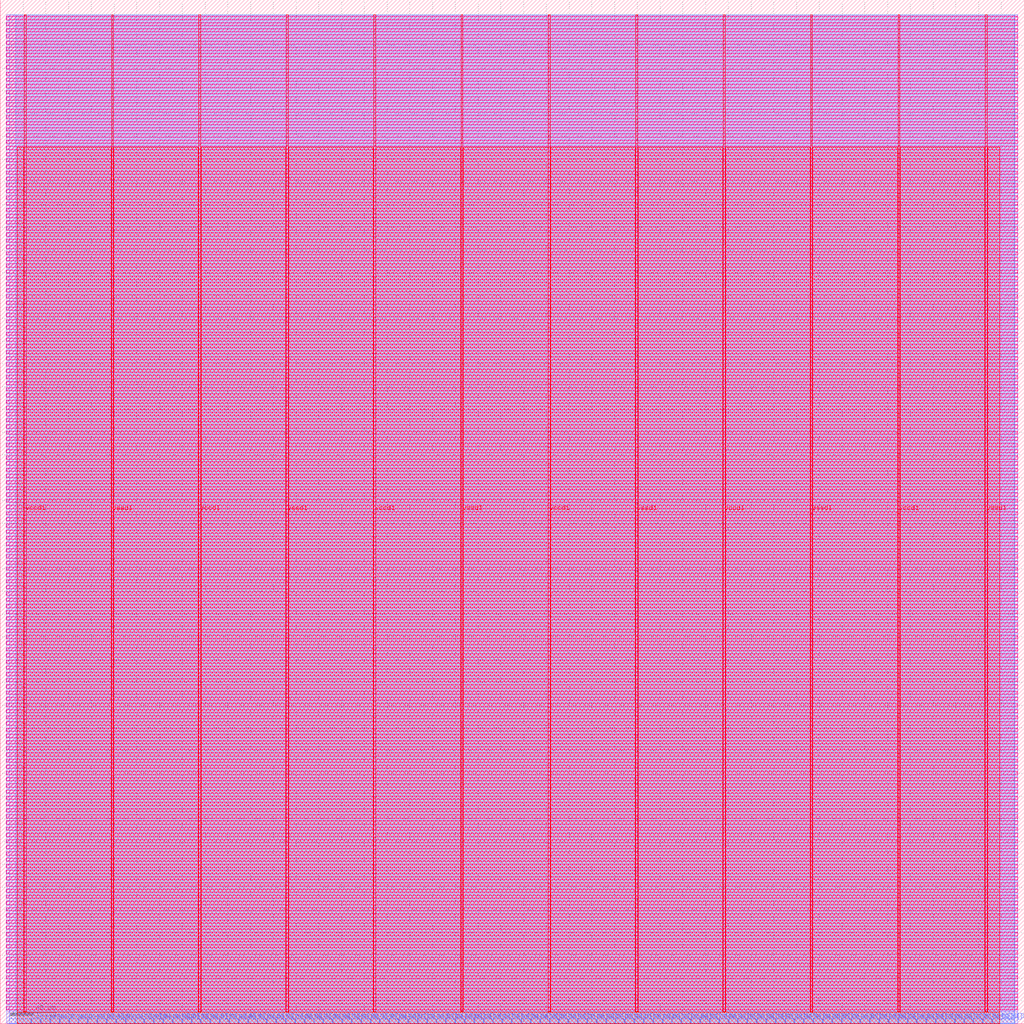
<source format=lef>
VERSION 5.7 ;
  NOWIREEXTENSIONATPIN ON ;
  DIVIDERCHAR "/" ;
  BUSBITCHARS "[]" ;
MACRO Matrix_Convolution
  CLASS BLOCK ;
  FOREIGN Matrix_Convolution ;
  ORIGIN 0.000 0.000 ;
  SIZE 900.000 BY 900.000 ;
  PIN addr_o[0]
    DIRECTION OUTPUT TRISTATE ;
    USE SIGNAL ;
    PORT
      LAYER met2 ;
        RECT 68.630 0.000 68.910 4.000 ;
    END
  END addr_o[0]
  PIN addr_o[10]
    DIRECTION OUTPUT TRISTATE ;
    USE SIGNAL ;
    PORT
      LAYER met2 ;
        RECT 333.590 0.000 333.870 4.000 ;
    END
  END addr_o[10]
  PIN addr_o[11]
    DIRECTION OUTPUT TRISTATE ;
    USE SIGNAL ;
    PORT
      LAYER met2 ;
        RECT 358.430 0.000 358.710 4.000 ;
    END
  END addr_o[11]
  PIN addr_o[12]
    DIRECTION OUTPUT TRISTATE ;
    USE SIGNAL ;
    PORT
      LAYER met2 ;
        RECT 383.270 0.000 383.550 4.000 ;
    END
  END addr_o[12]
  PIN addr_o[13]
    DIRECTION OUTPUT TRISTATE ;
    USE SIGNAL ;
    PORT
      LAYER met2 ;
        RECT 408.110 0.000 408.390 4.000 ;
    END
  END addr_o[13]
  PIN addr_o[14]
    DIRECTION OUTPUT TRISTATE ;
    USE SIGNAL ;
    PORT
      LAYER met2 ;
        RECT 432.950 0.000 433.230 4.000 ;
    END
  END addr_o[14]
  PIN addr_o[15]
    DIRECTION OUTPUT TRISTATE ;
    USE SIGNAL ;
    PORT
      LAYER met2 ;
        RECT 457.790 0.000 458.070 4.000 ;
    END
  END addr_o[15]
  PIN addr_o[16]
    DIRECTION OUTPUT TRISTATE ;
    USE SIGNAL ;
    PORT
      LAYER met2 ;
        RECT 482.630 0.000 482.910 4.000 ;
    END
  END addr_o[16]
  PIN addr_o[17]
    DIRECTION OUTPUT TRISTATE ;
    USE SIGNAL ;
    PORT
      LAYER met2 ;
        RECT 507.470 0.000 507.750 4.000 ;
    END
  END addr_o[17]
  PIN addr_o[18]
    DIRECTION OUTPUT TRISTATE ;
    USE SIGNAL ;
    PORT
      LAYER met2 ;
        RECT 532.310 0.000 532.590 4.000 ;
    END
  END addr_o[18]
  PIN addr_o[19]
    DIRECTION OUTPUT TRISTATE ;
    USE SIGNAL ;
    PORT
      LAYER met2 ;
        RECT 557.150 0.000 557.430 4.000 ;
    END
  END addr_o[19]
  PIN addr_o[1]
    DIRECTION OUTPUT TRISTATE ;
    USE SIGNAL ;
    PORT
      LAYER met2 ;
        RECT 101.750 0.000 102.030 4.000 ;
    END
  END addr_o[1]
  PIN addr_o[20]
    DIRECTION OUTPUT TRISTATE ;
    USE SIGNAL ;
    PORT
      LAYER met2 ;
        RECT 581.990 0.000 582.270 4.000 ;
    END
  END addr_o[20]
  PIN addr_o[21]
    DIRECTION OUTPUT TRISTATE ;
    USE SIGNAL ;
    PORT
      LAYER met2 ;
        RECT 606.830 0.000 607.110 4.000 ;
    END
  END addr_o[21]
  PIN addr_o[22]
    DIRECTION OUTPUT TRISTATE ;
    USE SIGNAL ;
    PORT
      LAYER met2 ;
        RECT 631.670 0.000 631.950 4.000 ;
    END
  END addr_o[22]
  PIN addr_o[23]
    DIRECTION OUTPUT TRISTATE ;
    USE SIGNAL ;
    PORT
      LAYER met2 ;
        RECT 656.510 0.000 656.790 4.000 ;
    END
  END addr_o[23]
  PIN addr_o[24]
    DIRECTION OUTPUT TRISTATE ;
    USE SIGNAL ;
    PORT
      LAYER met2 ;
        RECT 681.350 0.000 681.630 4.000 ;
    END
  END addr_o[24]
  PIN addr_o[25]
    DIRECTION OUTPUT TRISTATE ;
    USE SIGNAL ;
    PORT
      LAYER met2 ;
        RECT 706.190 0.000 706.470 4.000 ;
    END
  END addr_o[25]
  PIN addr_o[26]
    DIRECTION OUTPUT TRISTATE ;
    USE SIGNAL ;
    PORT
      LAYER met2 ;
        RECT 731.030 0.000 731.310 4.000 ;
    END
  END addr_o[26]
  PIN addr_o[27]
    DIRECTION OUTPUT TRISTATE ;
    USE SIGNAL ;
    PORT
      LAYER met2 ;
        RECT 755.870 0.000 756.150 4.000 ;
    END
  END addr_o[27]
  PIN addr_o[28]
    DIRECTION OUTPUT TRISTATE ;
    USE SIGNAL ;
    PORT
      LAYER met2 ;
        RECT 780.710 0.000 780.990 4.000 ;
    END
  END addr_o[28]
  PIN addr_o[29]
    DIRECTION OUTPUT TRISTATE ;
    USE SIGNAL ;
    PORT
      LAYER met2 ;
        RECT 805.550 0.000 805.830 4.000 ;
    END
  END addr_o[29]
  PIN addr_o[2]
    DIRECTION OUTPUT TRISTATE ;
    USE SIGNAL ;
    PORT
      LAYER met2 ;
        RECT 134.870 0.000 135.150 4.000 ;
    END
  END addr_o[2]
  PIN addr_o[30]
    DIRECTION OUTPUT TRISTATE ;
    USE SIGNAL ;
    PORT
      LAYER met2 ;
        RECT 830.390 0.000 830.670 4.000 ;
    END
  END addr_o[30]
  PIN addr_o[31]
    DIRECTION OUTPUT TRISTATE ;
    USE SIGNAL ;
    PORT
      LAYER met2 ;
        RECT 855.230 0.000 855.510 4.000 ;
    END
  END addr_o[31]
  PIN addr_o[3]
    DIRECTION OUTPUT TRISTATE ;
    USE SIGNAL ;
    PORT
      LAYER met2 ;
        RECT 159.710 0.000 159.990 4.000 ;
    END
  END addr_o[3]
  PIN addr_o[4]
    DIRECTION OUTPUT TRISTATE ;
    USE SIGNAL ;
    PORT
      LAYER met2 ;
        RECT 184.550 0.000 184.830 4.000 ;
    END
  END addr_o[4]
  PIN addr_o[5]
    DIRECTION OUTPUT TRISTATE ;
    USE SIGNAL ;
    PORT
      LAYER met2 ;
        RECT 209.390 0.000 209.670 4.000 ;
    END
  END addr_o[5]
  PIN addr_o[6]
    DIRECTION OUTPUT TRISTATE ;
    USE SIGNAL ;
    PORT
      LAYER met2 ;
        RECT 234.230 0.000 234.510 4.000 ;
    END
  END addr_o[6]
  PIN addr_o[7]
    DIRECTION OUTPUT TRISTATE ;
    USE SIGNAL ;
    PORT
      LAYER met2 ;
        RECT 259.070 0.000 259.350 4.000 ;
    END
  END addr_o[7]
  PIN addr_o[8]
    DIRECTION OUTPUT TRISTATE ;
    USE SIGNAL ;
    PORT
      LAYER met2 ;
        RECT 283.910 0.000 284.190 4.000 ;
    END
  END addr_o[8]
  PIN addr_o[9]
    DIRECTION OUTPUT TRISTATE ;
    USE SIGNAL ;
    PORT
      LAYER met2 ;
        RECT 308.750 0.000 309.030 4.000 ;
    END
  END addr_o[9]
  PIN clk
    DIRECTION INPUT ;
    USE SIGNAL ;
    PORT
      LAYER met2 ;
        RECT 27.230 0.000 27.510 4.000 ;
    END
  END clk
  PIN data_i[0]
    DIRECTION INPUT ;
    USE SIGNAL ;
    PORT
      LAYER met2 ;
        RECT 76.910 0.000 77.190 4.000 ;
    END
  END data_i[0]
  PIN data_i[10]
    DIRECTION INPUT ;
    USE SIGNAL ;
    PORT
      LAYER met2 ;
        RECT 341.870 0.000 342.150 4.000 ;
    END
  END data_i[10]
  PIN data_i[11]
    DIRECTION INPUT ;
    USE SIGNAL ;
    PORT
      LAYER met2 ;
        RECT 366.710 0.000 366.990 4.000 ;
    END
  END data_i[11]
  PIN data_i[12]
    DIRECTION INPUT ;
    USE SIGNAL ;
    PORT
      LAYER met2 ;
        RECT 391.550 0.000 391.830 4.000 ;
    END
  END data_i[12]
  PIN data_i[13]
    DIRECTION INPUT ;
    USE SIGNAL ;
    PORT
      LAYER met2 ;
        RECT 416.390 0.000 416.670 4.000 ;
    END
  END data_i[13]
  PIN data_i[14]
    DIRECTION INPUT ;
    USE SIGNAL ;
    PORT
      LAYER met2 ;
        RECT 441.230 0.000 441.510 4.000 ;
    END
  END data_i[14]
  PIN data_i[15]
    DIRECTION INPUT ;
    USE SIGNAL ;
    PORT
      LAYER met2 ;
        RECT 466.070 0.000 466.350 4.000 ;
    END
  END data_i[15]
  PIN data_i[16]
    DIRECTION INPUT ;
    USE SIGNAL ;
    PORT
      LAYER met2 ;
        RECT 490.910 0.000 491.190 4.000 ;
    END
  END data_i[16]
  PIN data_i[17]
    DIRECTION INPUT ;
    USE SIGNAL ;
    PORT
      LAYER met2 ;
        RECT 515.750 0.000 516.030 4.000 ;
    END
  END data_i[17]
  PIN data_i[18]
    DIRECTION INPUT ;
    USE SIGNAL ;
    PORT
      LAYER met2 ;
        RECT 540.590 0.000 540.870 4.000 ;
    END
  END data_i[18]
  PIN data_i[19]
    DIRECTION INPUT ;
    USE SIGNAL ;
    PORT
      LAYER met2 ;
        RECT 565.430 0.000 565.710 4.000 ;
    END
  END data_i[19]
  PIN data_i[1]
    DIRECTION INPUT ;
    USE SIGNAL ;
    PORT
      LAYER met2 ;
        RECT 110.030 0.000 110.310 4.000 ;
    END
  END data_i[1]
  PIN data_i[20]
    DIRECTION INPUT ;
    USE SIGNAL ;
    PORT
      LAYER met2 ;
        RECT 590.270 0.000 590.550 4.000 ;
    END
  END data_i[20]
  PIN data_i[21]
    DIRECTION INPUT ;
    USE SIGNAL ;
    PORT
      LAYER met2 ;
        RECT 615.110 0.000 615.390 4.000 ;
    END
  END data_i[21]
  PIN data_i[22]
    DIRECTION INPUT ;
    USE SIGNAL ;
    PORT
      LAYER met2 ;
        RECT 639.950 0.000 640.230 4.000 ;
    END
  END data_i[22]
  PIN data_i[23]
    DIRECTION INPUT ;
    USE SIGNAL ;
    PORT
      LAYER met2 ;
        RECT 664.790 0.000 665.070 4.000 ;
    END
  END data_i[23]
  PIN data_i[24]
    DIRECTION INPUT ;
    USE SIGNAL ;
    PORT
      LAYER met2 ;
        RECT 689.630 0.000 689.910 4.000 ;
    END
  END data_i[24]
  PIN data_i[25]
    DIRECTION INPUT ;
    USE SIGNAL ;
    PORT
      LAYER met2 ;
        RECT 714.470 0.000 714.750 4.000 ;
    END
  END data_i[25]
  PIN data_i[26]
    DIRECTION INPUT ;
    USE SIGNAL ;
    PORT
      LAYER met2 ;
        RECT 739.310 0.000 739.590 4.000 ;
    END
  END data_i[26]
  PIN data_i[27]
    DIRECTION INPUT ;
    USE SIGNAL ;
    PORT
      LAYER met2 ;
        RECT 764.150 0.000 764.430 4.000 ;
    END
  END data_i[27]
  PIN data_i[28]
    DIRECTION INPUT ;
    USE SIGNAL ;
    PORT
      LAYER met2 ;
        RECT 788.990 0.000 789.270 4.000 ;
    END
  END data_i[28]
  PIN data_i[29]
    DIRECTION INPUT ;
    USE SIGNAL ;
    PORT
      LAYER met2 ;
        RECT 813.830 0.000 814.110 4.000 ;
    END
  END data_i[29]
  PIN data_i[2]
    DIRECTION INPUT ;
    USE SIGNAL ;
    PORT
      LAYER met2 ;
        RECT 143.150 0.000 143.430 4.000 ;
    END
  END data_i[2]
  PIN data_i[30]
    DIRECTION INPUT ;
    USE SIGNAL ;
    PORT
      LAYER met2 ;
        RECT 838.670 0.000 838.950 4.000 ;
    END
  END data_i[30]
  PIN data_i[31]
    DIRECTION INPUT ;
    USE SIGNAL ;
    PORT
      LAYER met2 ;
        RECT 863.510 0.000 863.790 4.000 ;
    END
  END data_i[31]
  PIN data_i[3]
    DIRECTION INPUT ;
    USE SIGNAL ;
    PORT
      LAYER met2 ;
        RECT 167.990 0.000 168.270 4.000 ;
    END
  END data_i[3]
  PIN data_i[4]
    DIRECTION INPUT ;
    USE SIGNAL ;
    PORT
      LAYER met2 ;
        RECT 192.830 0.000 193.110 4.000 ;
    END
  END data_i[4]
  PIN data_i[5]
    DIRECTION INPUT ;
    USE SIGNAL ;
    PORT
      LAYER met2 ;
        RECT 217.670 0.000 217.950 4.000 ;
    END
  END data_i[5]
  PIN data_i[6]
    DIRECTION INPUT ;
    USE SIGNAL ;
    PORT
      LAYER met2 ;
        RECT 242.510 0.000 242.790 4.000 ;
    END
  END data_i[6]
  PIN data_i[7]
    DIRECTION INPUT ;
    USE SIGNAL ;
    PORT
      LAYER met2 ;
        RECT 267.350 0.000 267.630 4.000 ;
    END
  END data_i[7]
  PIN data_i[8]
    DIRECTION INPUT ;
    USE SIGNAL ;
    PORT
      LAYER met2 ;
        RECT 292.190 0.000 292.470 4.000 ;
    END
  END data_i[8]
  PIN data_i[9]
    DIRECTION INPUT ;
    USE SIGNAL ;
    PORT
      LAYER met2 ;
        RECT 317.030 0.000 317.310 4.000 ;
    END
  END data_i[9]
  PIN data_o[0]
    DIRECTION OUTPUT TRISTATE ;
    USE SIGNAL ;
    PORT
      LAYER met2 ;
        RECT 85.190 0.000 85.470 4.000 ;
    END
  END data_o[0]
  PIN data_o[10]
    DIRECTION OUTPUT TRISTATE ;
    USE SIGNAL ;
    PORT
      LAYER met2 ;
        RECT 350.150 0.000 350.430 4.000 ;
    END
  END data_o[10]
  PIN data_o[11]
    DIRECTION OUTPUT TRISTATE ;
    USE SIGNAL ;
    PORT
      LAYER met2 ;
        RECT 374.990 0.000 375.270 4.000 ;
    END
  END data_o[11]
  PIN data_o[12]
    DIRECTION OUTPUT TRISTATE ;
    USE SIGNAL ;
    PORT
      LAYER met2 ;
        RECT 399.830 0.000 400.110 4.000 ;
    END
  END data_o[12]
  PIN data_o[13]
    DIRECTION OUTPUT TRISTATE ;
    USE SIGNAL ;
    PORT
      LAYER met2 ;
        RECT 424.670 0.000 424.950 4.000 ;
    END
  END data_o[13]
  PIN data_o[14]
    DIRECTION OUTPUT TRISTATE ;
    USE SIGNAL ;
    PORT
      LAYER met2 ;
        RECT 449.510 0.000 449.790 4.000 ;
    END
  END data_o[14]
  PIN data_o[15]
    DIRECTION OUTPUT TRISTATE ;
    USE SIGNAL ;
    PORT
      LAYER met2 ;
        RECT 474.350 0.000 474.630 4.000 ;
    END
  END data_o[15]
  PIN data_o[16]
    DIRECTION OUTPUT TRISTATE ;
    USE SIGNAL ;
    PORT
      LAYER met2 ;
        RECT 499.190 0.000 499.470 4.000 ;
    END
  END data_o[16]
  PIN data_o[17]
    DIRECTION OUTPUT TRISTATE ;
    USE SIGNAL ;
    PORT
      LAYER met2 ;
        RECT 524.030 0.000 524.310 4.000 ;
    END
  END data_o[17]
  PIN data_o[18]
    DIRECTION OUTPUT TRISTATE ;
    USE SIGNAL ;
    PORT
      LAYER met2 ;
        RECT 548.870 0.000 549.150 4.000 ;
    END
  END data_o[18]
  PIN data_o[19]
    DIRECTION OUTPUT TRISTATE ;
    USE SIGNAL ;
    PORT
      LAYER met2 ;
        RECT 573.710 0.000 573.990 4.000 ;
    END
  END data_o[19]
  PIN data_o[1]
    DIRECTION OUTPUT TRISTATE ;
    USE SIGNAL ;
    PORT
      LAYER met2 ;
        RECT 118.310 0.000 118.590 4.000 ;
    END
  END data_o[1]
  PIN data_o[20]
    DIRECTION OUTPUT TRISTATE ;
    USE SIGNAL ;
    PORT
      LAYER met2 ;
        RECT 598.550 0.000 598.830 4.000 ;
    END
  END data_o[20]
  PIN data_o[21]
    DIRECTION OUTPUT TRISTATE ;
    USE SIGNAL ;
    PORT
      LAYER met2 ;
        RECT 623.390 0.000 623.670 4.000 ;
    END
  END data_o[21]
  PIN data_o[22]
    DIRECTION OUTPUT TRISTATE ;
    USE SIGNAL ;
    PORT
      LAYER met2 ;
        RECT 648.230 0.000 648.510 4.000 ;
    END
  END data_o[22]
  PIN data_o[23]
    DIRECTION OUTPUT TRISTATE ;
    USE SIGNAL ;
    PORT
      LAYER met2 ;
        RECT 673.070 0.000 673.350 4.000 ;
    END
  END data_o[23]
  PIN data_o[24]
    DIRECTION OUTPUT TRISTATE ;
    USE SIGNAL ;
    PORT
      LAYER met2 ;
        RECT 697.910 0.000 698.190 4.000 ;
    END
  END data_o[24]
  PIN data_o[25]
    DIRECTION OUTPUT TRISTATE ;
    USE SIGNAL ;
    PORT
      LAYER met2 ;
        RECT 722.750 0.000 723.030 4.000 ;
    END
  END data_o[25]
  PIN data_o[26]
    DIRECTION OUTPUT TRISTATE ;
    USE SIGNAL ;
    PORT
      LAYER met2 ;
        RECT 747.590 0.000 747.870 4.000 ;
    END
  END data_o[26]
  PIN data_o[27]
    DIRECTION OUTPUT TRISTATE ;
    USE SIGNAL ;
    PORT
      LAYER met2 ;
        RECT 772.430 0.000 772.710 4.000 ;
    END
  END data_o[27]
  PIN data_o[28]
    DIRECTION OUTPUT TRISTATE ;
    USE SIGNAL ;
    PORT
      LAYER met2 ;
        RECT 797.270 0.000 797.550 4.000 ;
    END
  END data_o[28]
  PIN data_o[29]
    DIRECTION OUTPUT TRISTATE ;
    USE SIGNAL ;
    PORT
      LAYER met2 ;
        RECT 822.110 0.000 822.390 4.000 ;
    END
  END data_o[29]
  PIN data_o[2]
    DIRECTION OUTPUT TRISTATE ;
    USE SIGNAL ;
    PORT
      LAYER met2 ;
        RECT 151.430 0.000 151.710 4.000 ;
    END
  END data_o[2]
  PIN data_o[30]
    DIRECTION OUTPUT TRISTATE ;
    USE SIGNAL ;
    PORT
      LAYER met2 ;
        RECT 846.950 0.000 847.230 4.000 ;
    END
  END data_o[30]
  PIN data_o[31]
    DIRECTION OUTPUT TRISTATE ;
    USE SIGNAL ;
    PORT
      LAYER met2 ;
        RECT 871.790 0.000 872.070 4.000 ;
    END
  END data_o[31]
  PIN data_o[3]
    DIRECTION OUTPUT TRISTATE ;
    USE SIGNAL ;
    PORT
      LAYER met2 ;
        RECT 176.270 0.000 176.550 4.000 ;
    END
  END data_o[3]
  PIN data_o[4]
    DIRECTION OUTPUT TRISTATE ;
    USE SIGNAL ;
    PORT
      LAYER met2 ;
        RECT 201.110 0.000 201.390 4.000 ;
    END
  END data_o[4]
  PIN data_o[5]
    DIRECTION OUTPUT TRISTATE ;
    USE SIGNAL ;
    PORT
      LAYER met2 ;
        RECT 225.950 0.000 226.230 4.000 ;
    END
  END data_o[5]
  PIN data_o[6]
    DIRECTION OUTPUT TRISTATE ;
    USE SIGNAL ;
    PORT
      LAYER met2 ;
        RECT 250.790 0.000 251.070 4.000 ;
    END
  END data_o[6]
  PIN data_o[7]
    DIRECTION OUTPUT TRISTATE ;
    USE SIGNAL ;
    PORT
      LAYER met2 ;
        RECT 275.630 0.000 275.910 4.000 ;
    END
  END data_o[7]
  PIN data_o[8]
    DIRECTION OUTPUT TRISTATE ;
    USE SIGNAL ;
    PORT
      LAYER met2 ;
        RECT 300.470 0.000 300.750 4.000 ;
    END
  END data_o[8]
  PIN data_o[9]
    DIRECTION OUTPUT TRISTATE ;
    USE SIGNAL ;
    PORT
      LAYER met2 ;
        RECT 325.310 0.000 325.590 4.000 ;
    END
  END data_o[9]
  PIN done
    DIRECTION OUTPUT TRISTATE ;
    USE SIGNAL ;
    PORT
      LAYER met2 ;
        RECT 60.350 0.000 60.630 4.000 ;
    END
  END done
  PIN enable
    DIRECTION INPUT ;
    USE SIGNAL ;
    PORT
      LAYER met2 ;
        RECT 43.790 0.000 44.070 4.000 ;
    END
  END enable
  PIN mem_opdone
    DIRECTION INPUT ;
    USE SIGNAL ;
    PORT
      LAYER met2 ;
        RECT 52.070 0.000 52.350 4.000 ;
    END
  END mem_opdone
  PIN mem_operation[0]
    DIRECTION OUTPUT TRISTATE ;
    USE SIGNAL ;
    PORT
      LAYER met2 ;
        RECT 93.470 0.000 93.750 4.000 ;
    END
  END mem_operation[0]
  PIN mem_operation[1]
    DIRECTION OUTPUT TRISTATE ;
    USE SIGNAL ;
    PORT
      LAYER met2 ;
        RECT 126.590 0.000 126.870 4.000 ;
    END
  END mem_operation[1]
  PIN reset
    DIRECTION INPUT ;
    USE SIGNAL ;
    PORT
      LAYER met2 ;
        RECT 35.510 0.000 35.790 4.000 ;
    END
  END reset
  PIN vccd1
    DIRECTION INOUT ;
    USE POWER ;
    PORT
      LAYER met4 ;
        RECT 21.040 10.640 22.640 886.960 ;
    END
    PORT
      LAYER met4 ;
        RECT 174.640 10.640 176.240 886.960 ;
    END
    PORT
      LAYER met4 ;
        RECT 328.240 10.640 329.840 886.960 ;
    END
    PORT
      LAYER met4 ;
        RECT 481.840 10.640 483.440 886.960 ;
    END
    PORT
      LAYER met4 ;
        RECT 635.440 10.640 637.040 886.960 ;
    END
    PORT
      LAYER met4 ;
        RECT 789.040 10.640 790.640 886.960 ;
    END
  END vccd1
  PIN vssd1
    DIRECTION INOUT ;
    USE GROUND ;
    PORT
      LAYER met4 ;
        RECT 97.840 10.640 99.440 886.960 ;
    END
    PORT
      LAYER met4 ;
        RECT 251.440 10.640 253.040 886.960 ;
    END
    PORT
      LAYER met4 ;
        RECT 405.040 10.640 406.640 886.960 ;
    END
    PORT
      LAYER met4 ;
        RECT 558.640 10.640 560.240 886.960 ;
    END
    PORT
      LAYER met4 ;
        RECT 712.240 10.640 713.840 886.960 ;
    END
    PORT
      LAYER met4 ;
        RECT 865.840 10.640 867.440 886.960 ;
    END
  END vssd1
  OBS
      LAYER nwell ;
        RECT 5.330 882.585 894.430 885.415 ;
        RECT 5.330 877.145 894.430 879.975 ;
        RECT 5.330 871.705 894.430 874.535 ;
        RECT 5.330 866.265 894.430 869.095 ;
        RECT 5.330 860.825 894.430 863.655 ;
        RECT 5.330 855.385 894.430 858.215 ;
        RECT 5.330 849.945 894.430 852.775 ;
        RECT 5.330 844.505 894.430 847.335 ;
        RECT 5.330 839.065 894.430 841.895 ;
        RECT 5.330 833.625 894.430 836.455 ;
        RECT 5.330 828.185 894.430 831.015 ;
        RECT 5.330 822.745 894.430 825.575 ;
        RECT 5.330 817.305 894.430 820.135 ;
        RECT 5.330 811.865 894.430 814.695 ;
        RECT 5.330 806.425 894.430 809.255 ;
        RECT 5.330 800.985 894.430 803.815 ;
        RECT 5.330 795.545 894.430 798.375 ;
        RECT 5.330 790.105 894.430 792.935 ;
        RECT 5.330 784.665 894.430 787.495 ;
        RECT 5.330 779.225 894.430 782.055 ;
        RECT 5.330 773.785 894.430 776.615 ;
        RECT 5.330 768.345 894.430 771.175 ;
        RECT 5.330 762.905 894.430 765.735 ;
        RECT 5.330 757.465 894.430 760.295 ;
        RECT 5.330 752.025 894.430 754.855 ;
        RECT 5.330 746.585 894.430 749.415 ;
        RECT 5.330 741.145 894.430 743.975 ;
        RECT 5.330 735.705 894.430 738.535 ;
        RECT 5.330 730.265 894.430 733.095 ;
        RECT 5.330 724.825 894.430 727.655 ;
        RECT 5.330 719.385 894.430 722.215 ;
        RECT 5.330 713.945 894.430 716.775 ;
        RECT 5.330 708.505 894.430 711.335 ;
        RECT 5.330 703.065 894.430 705.895 ;
        RECT 5.330 697.625 894.430 700.455 ;
        RECT 5.330 692.185 894.430 695.015 ;
        RECT 5.330 686.745 894.430 689.575 ;
        RECT 5.330 681.305 894.430 684.135 ;
        RECT 5.330 675.865 894.430 678.695 ;
        RECT 5.330 670.425 894.430 673.255 ;
        RECT 5.330 664.985 894.430 667.815 ;
        RECT 5.330 659.545 894.430 662.375 ;
        RECT 5.330 654.105 894.430 656.935 ;
        RECT 5.330 648.665 894.430 651.495 ;
        RECT 5.330 643.225 894.430 646.055 ;
        RECT 5.330 637.785 894.430 640.615 ;
        RECT 5.330 632.345 894.430 635.175 ;
        RECT 5.330 626.905 894.430 629.735 ;
        RECT 5.330 621.465 894.430 624.295 ;
        RECT 5.330 616.025 894.430 618.855 ;
        RECT 5.330 610.585 894.430 613.415 ;
        RECT 5.330 605.145 894.430 607.975 ;
        RECT 5.330 599.705 894.430 602.535 ;
        RECT 5.330 594.265 894.430 597.095 ;
        RECT 5.330 588.825 894.430 591.655 ;
        RECT 5.330 583.385 894.430 586.215 ;
        RECT 5.330 577.945 894.430 580.775 ;
        RECT 5.330 572.505 894.430 575.335 ;
        RECT 5.330 567.065 894.430 569.895 ;
        RECT 5.330 561.625 894.430 564.455 ;
        RECT 5.330 556.185 894.430 559.015 ;
        RECT 5.330 550.745 894.430 553.575 ;
        RECT 5.330 545.305 894.430 548.135 ;
        RECT 5.330 539.865 894.430 542.695 ;
        RECT 5.330 534.425 894.430 537.255 ;
        RECT 5.330 528.985 894.430 531.815 ;
        RECT 5.330 523.545 894.430 526.375 ;
        RECT 5.330 518.105 894.430 520.935 ;
        RECT 5.330 512.665 894.430 515.495 ;
        RECT 5.330 507.225 894.430 510.055 ;
        RECT 5.330 501.785 894.430 504.615 ;
        RECT 5.330 496.345 894.430 499.175 ;
        RECT 5.330 490.905 894.430 493.735 ;
        RECT 5.330 485.465 894.430 488.295 ;
        RECT 5.330 480.025 894.430 482.855 ;
        RECT 5.330 474.585 894.430 477.415 ;
        RECT 5.330 469.145 894.430 471.975 ;
        RECT 5.330 463.705 894.430 466.535 ;
        RECT 5.330 458.265 894.430 461.095 ;
        RECT 5.330 452.825 894.430 455.655 ;
        RECT 5.330 447.385 894.430 450.215 ;
        RECT 5.330 441.945 894.430 444.775 ;
        RECT 5.330 436.505 894.430 439.335 ;
        RECT 5.330 431.065 894.430 433.895 ;
        RECT 5.330 425.625 894.430 428.455 ;
        RECT 5.330 420.185 894.430 423.015 ;
        RECT 5.330 414.745 894.430 417.575 ;
        RECT 5.330 409.305 894.430 412.135 ;
        RECT 5.330 403.865 894.430 406.695 ;
        RECT 5.330 398.425 894.430 401.255 ;
        RECT 5.330 392.985 894.430 395.815 ;
        RECT 5.330 387.545 894.430 390.375 ;
        RECT 5.330 382.105 894.430 384.935 ;
        RECT 5.330 376.665 894.430 379.495 ;
        RECT 5.330 371.225 894.430 374.055 ;
        RECT 5.330 365.785 894.430 368.615 ;
        RECT 5.330 360.345 894.430 363.175 ;
        RECT 5.330 354.905 894.430 357.735 ;
        RECT 5.330 349.465 894.430 352.295 ;
        RECT 5.330 344.025 894.430 346.855 ;
        RECT 5.330 338.585 894.430 341.415 ;
        RECT 5.330 333.145 894.430 335.975 ;
        RECT 5.330 327.705 894.430 330.535 ;
        RECT 5.330 322.265 894.430 325.095 ;
        RECT 5.330 316.825 894.430 319.655 ;
        RECT 5.330 311.385 894.430 314.215 ;
        RECT 5.330 305.945 894.430 308.775 ;
        RECT 5.330 300.505 894.430 303.335 ;
        RECT 5.330 295.065 894.430 297.895 ;
        RECT 5.330 289.625 894.430 292.455 ;
        RECT 5.330 284.185 894.430 287.015 ;
        RECT 5.330 278.745 894.430 281.575 ;
        RECT 5.330 273.305 894.430 276.135 ;
        RECT 5.330 267.865 894.430 270.695 ;
        RECT 5.330 262.425 894.430 265.255 ;
        RECT 5.330 256.985 894.430 259.815 ;
        RECT 5.330 251.545 894.430 254.375 ;
        RECT 5.330 246.105 894.430 248.935 ;
        RECT 5.330 240.665 894.430 243.495 ;
        RECT 5.330 235.225 894.430 238.055 ;
        RECT 5.330 229.785 894.430 232.615 ;
        RECT 5.330 224.345 894.430 227.175 ;
        RECT 5.330 218.905 894.430 221.735 ;
        RECT 5.330 213.465 894.430 216.295 ;
        RECT 5.330 208.025 894.430 210.855 ;
        RECT 5.330 202.585 894.430 205.415 ;
        RECT 5.330 197.145 894.430 199.975 ;
        RECT 5.330 191.705 894.430 194.535 ;
        RECT 5.330 186.265 894.430 189.095 ;
        RECT 5.330 180.825 894.430 183.655 ;
        RECT 5.330 175.385 894.430 178.215 ;
        RECT 5.330 169.945 894.430 172.775 ;
        RECT 5.330 164.505 894.430 167.335 ;
        RECT 5.330 159.065 894.430 161.895 ;
        RECT 5.330 153.625 894.430 156.455 ;
        RECT 5.330 148.185 894.430 151.015 ;
        RECT 5.330 142.745 894.430 145.575 ;
        RECT 5.330 137.305 894.430 140.135 ;
        RECT 5.330 131.865 894.430 134.695 ;
        RECT 5.330 126.425 894.430 129.255 ;
        RECT 5.330 120.985 894.430 123.815 ;
        RECT 5.330 115.545 894.430 118.375 ;
        RECT 5.330 110.105 894.430 112.935 ;
        RECT 5.330 104.665 894.430 107.495 ;
        RECT 5.330 99.225 894.430 102.055 ;
        RECT 5.330 93.785 894.430 96.615 ;
        RECT 5.330 88.345 894.430 91.175 ;
        RECT 5.330 82.905 894.430 85.735 ;
        RECT 5.330 77.465 894.430 80.295 ;
        RECT 5.330 72.025 894.430 74.855 ;
        RECT 5.330 66.585 894.430 69.415 ;
        RECT 5.330 61.145 894.430 63.975 ;
        RECT 5.330 55.705 894.430 58.535 ;
        RECT 5.330 50.265 894.430 53.095 ;
        RECT 5.330 44.825 894.430 47.655 ;
        RECT 5.330 39.385 894.430 42.215 ;
        RECT 5.330 33.945 894.430 36.775 ;
        RECT 5.330 28.505 894.430 31.335 ;
        RECT 5.330 23.065 894.430 25.895 ;
        RECT 5.330 17.625 894.430 20.455 ;
        RECT 5.330 12.185 894.430 15.015 ;
      LAYER li1 ;
        RECT 5.520 10.795 894.240 886.805 ;
      LAYER met1 ;
        RECT 5.520 0.380 894.240 886.960 ;
      LAYER met2 ;
        RECT 7.920 4.280 891.840 886.905 ;
        RECT 7.920 0.155 26.950 4.280 ;
        RECT 27.790 0.155 35.230 4.280 ;
        RECT 36.070 0.155 43.510 4.280 ;
        RECT 44.350 0.155 51.790 4.280 ;
        RECT 52.630 0.155 60.070 4.280 ;
        RECT 60.910 0.155 68.350 4.280 ;
        RECT 69.190 0.155 76.630 4.280 ;
        RECT 77.470 0.155 84.910 4.280 ;
        RECT 85.750 0.155 93.190 4.280 ;
        RECT 94.030 0.155 101.470 4.280 ;
        RECT 102.310 0.155 109.750 4.280 ;
        RECT 110.590 0.155 118.030 4.280 ;
        RECT 118.870 0.155 126.310 4.280 ;
        RECT 127.150 0.155 134.590 4.280 ;
        RECT 135.430 0.155 142.870 4.280 ;
        RECT 143.710 0.155 151.150 4.280 ;
        RECT 151.990 0.155 159.430 4.280 ;
        RECT 160.270 0.155 167.710 4.280 ;
        RECT 168.550 0.155 175.990 4.280 ;
        RECT 176.830 0.155 184.270 4.280 ;
        RECT 185.110 0.155 192.550 4.280 ;
        RECT 193.390 0.155 200.830 4.280 ;
        RECT 201.670 0.155 209.110 4.280 ;
        RECT 209.950 0.155 217.390 4.280 ;
        RECT 218.230 0.155 225.670 4.280 ;
        RECT 226.510 0.155 233.950 4.280 ;
        RECT 234.790 0.155 242.230 4.280 ;
        RECT 243.070 0.155 250.510 4.280 ;
        RECT 251.350 0.155 258.790 4.280 ;
        RECT 259.630 0.155 267.070 4.280 ;
        RECT 267.910 0.155 275.350 4.280 ;
        RECT 276.190 0.155 283.630 4.280 ;
        RECT 284.470 0.155 291.910 4.280 ;
        RECT 292.750 0.155 300.190 4.280 ;
        RECT 301.030 0.155 308.470 4.280 ;
        RECT 309.310 0.155 316.750 4.280 ;
        RECT 317.590 0.155 325.030 4.280 ;
        RECT 325.870 0.155 333.310 4.280 ;
        RECT 334.150 0.155 341.590 4.280 ;
        RECT 342.430 0.155 349.870 4.280 ;
        RECT 350.710 0.155 358.150 4.280 ;
        RECT 358.990 0.155 366.430 4.280 ;
        RECT 367.270 0.155 374.710 4.280 ;
        RECT 375.550 0.155 382.990 4.280 ;
        RECT 383.830 0.155 391.270 4.280 ;
        RECT 392.110 0.155 399.550 4.280 ;
        RECT 400.390 0.155 407.830 4.280 ;
        RECT 408.670 0.155 416.110 4.280 ;
        RECT 416.950 0.155 424.390 4.280 ;
        RECT 425.230 0.155 432.670 4.280 ;
        RECT 433.510 0.155 440.950 4.280 ;
        RECT 441.790 0.155 449.230 4.280 ;
        RECT 450.070 0.155 457.510 4.280 ;
        RECT 458.350 0.155 465.790 4.280 ;
        RECT 466.630 0.155 474.070 4.280 ;
        RECT 474.910 0.155 482.350 4.280 ;
        RECT 483.190 0.155 490.630 4.280 ;
        RECT 491.470 0.155 498.910 4.280 ;
        RECT 499.750 0.155 507.190 4.280 ;
        RECT 508.030 0.155 515.470 4.280 ;
        RECT 516.310 0.155 523.750 4.280 ;
        RECT 524.590 0.155 532.030 4.280 ;
        RECT 532.870 0.155 540.310 4.280 ;
        RECT 541.150 0.155 548.590 4.280 ;
        RECT 549.430 0.155 556.870 4.280 ;
        RECT 557.710 0.155 565.150 4.280 ;
        RECT 565.990 0.155 573.430 4.280 ;
        RECT 574.270 0.155 581.710 4.280 ;
        RECT 582.550 0.155 589.990 4.280 ;
        RECT 590.830 0.155 598.270 4.280 ;
        RECT 599.110 0.155 606.550 4.280 ;
        RECT 607.390 0.155 614.830 4.280 ;
        RECT 615.670 0.155 623.110 4.280 ;
        RECT 623.950 0.155 631.390 4.280 ;
        RECT 632.230 0.155 639.670 4.280 ;
        RECT 640.510 0.155 647.950 4.280 ;
        RECT 648.790 0.155 656.230 4.280 ;
        RECT 657.070 0.155 664.510 4.280 ;
        RECT 665.350 0.155 672.790 4.280 ;
        RECT 673.630 0.155 681.070 4.280 ;
        RECT 681.910 0.155 689.350 4.280 ;
        RECT 690.190 0.155 697.630 4.280 ;
        RECT 698.470 0.155 705.910 4.280 ;
        RECT 706.750 0.155 714.190 4.280 ;
        RECT 715.030 0.155 722.470 4.280 ;
        RECT 723.310 0.155 730.750 4.280 ;
        RECT 731.590 0.155 739.030 4.280 ;
        RECT 739.870 0.155 747.310 4.280 ;
        RECT 748.150 0.155 755.590 4.280 ;
        RECT 756.430 0.155 763.870 4.280 ;
        RECT 764.710 0.155 772.150 4.280 ;
        RECT 772.990 0.155 780.430 4.280 ;
        RECT 781.270 0.155 788.710 4.280 ;
        RECT 789.550 0.155 796.990 4.280 ;
        RECT 797.830 0.155 805.270 4.280 ;
        RECT 806.110 0.155 813.550 4.280 ;
        RECT 814.390 0.155 821.830 4.280 ;
        RECT 822.670 0.155 830.110 4.280 ;
        RECT 830.950 0.155 838.390 4.280 ;
        RECT 839.230 0.155 846.670 4.280 ;
        RECT 847.510 0.155 854.950 4.280 ;
        RECT 855.790 0.155 863.230 4.280 ;
        RECT 864.070 0.155 871.510 4.280 ;
        RECT 872.350 0.155 891.840 4.280 ;
      LAYER met3 ;
        RECT 13.405 0.175 891.415 886.885 ;
      LAYER met4 ;
        RECT 15.015 10.240 20.640 770.265 ;
        RECT 23.040 10.240 97.440 770.265 ;
        RECT 99.840 10.240 174.240 770.265 ;
        RECT 176.640 10.240 251.040 770.265 ;
        RECT 253.440 10.240 327.840 770.265 ;
        RECT 330.240 10.240 404.640 770.265 ;
        RECT 407.040 10.240 481.440 770.265 ;
        RECT 483.840 10.240 558.240 770.265 ;
        RECT 560.640 10.240 635.040 770.265 ;
        RECT 637.440 10.240 711.840 770.265 ;
        RECT 714.240 10.240 788.640 770.265 ;
        RECT 791.040 10.240 865.440 770.265 ;
        RECT 867.840 10.240 878.305 770.265 ;
        RECT 15.015 0.175 878.305 10.240 ;
  END
END Matrix_Convolution
END LIBRARY


</source>
